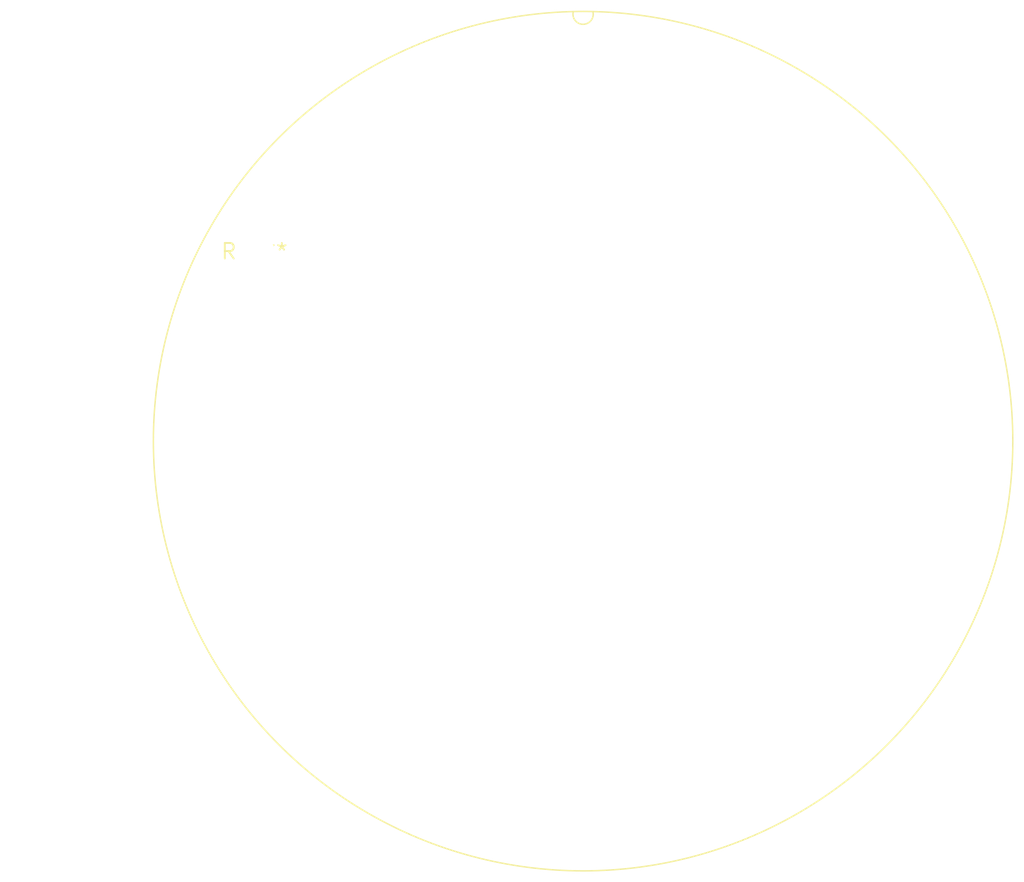
<source format=kicad_pcb>
(kicad_pcb (version 20240108) (generator pcbnew)
  (layers (0 "F.Cu" signal) (31 "B.Cu" signal) (34 "B.Paste" user) (35 "F.Paste" user) (36 "B.SilkS" user "B.Silkscreen") (37 "F.SilkS" user "F.Silkscreen") (38 "B.Mask" user) (39 "F.Mask" user) (44 "Edge.Cuts" user))
  (net 0 "")
  (footprint "L_CommonMode_VAC_T60405-S6123-X240" (layer "F.Cu") (at 0 0)
    (property "Reference" "REF**")
    (property "Value" "L_CommonMode_VAC_T60405-S6123-X240")
    (fp_arc (start 27.646929 -19.582912) (mid 26.846929 -18.550244) (end 26.046929 -19.582912) (layer "F.SilkS") (stroke (width 0.12)))
    (fp_circle (center 26.846929 15.499756) (end 61.946929 15.499756) (layer "F.SilkS") (stroke (width 0.12)) (fill none))
    (pad "1" thru_hole roundrect (at 0 0 60) (size 6.2 6.2) (drill 3.2) (layers *.Cu *.Mask) (remove_unused_layers))
    (pad "2" thru_hole circle (at 20.422546 23.163127) (size 6.2 6.2) (drill 3.2) (layers *.Cu *.Mask) (remove_unused_layers))
    (pad "3" thru_hole circle (at 26.846929 46.499756) (size 6.2 6.2) (drill 3.2) (layers *.Cu *.Mask) (remove_unused_layers))
    (pad "4" thru_hole circle (at 36.694303 17.240222) (size 6.2 6.2) (drill 3.2) (layers *.Cu *.Mask) (remove_unused_layers))
    (pad "5" thru_hole circle (at 53.693621 -0.00036) (size 6.2 6.2) (drill 3.2) (layers *.Cu *.Mask) (remove_unused_layers))
    (pad "6" thru_hole circle (at 23.425836 6.103155) (size 6.2 6.2) (drill 3.2) (layers *.Cu *.Mask) (remove_unused_layers))
  )
)
</source>
